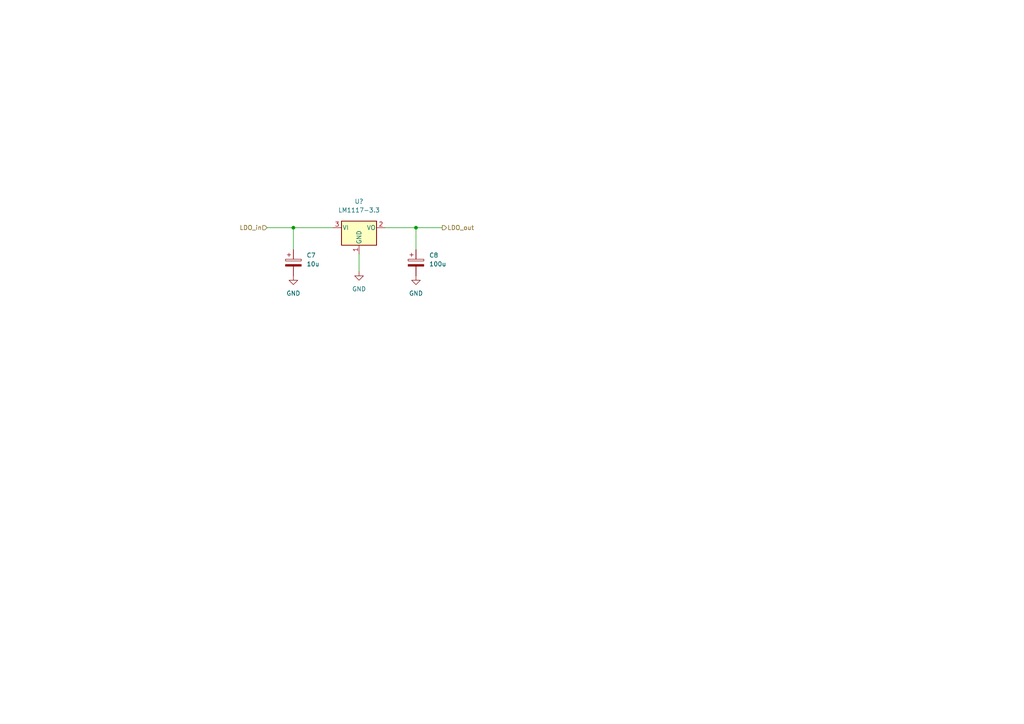
<source format=kicad_sch>
(kicad_sch (version 20211123) (generator eeschema)
  (paper "A4")
  (lib_symbols
    (symbol "Device:C_Polarized" (pin_numbers hide) (pin_names (offset 0.254))
      (property "Reference" "C" (at 0.635 2.54 0))
      (property "Value" "C_Polarized" (at 0.635 -2.54 0))
      (symbol "C_Polarized_0_1"
        (rectangle (start -2.286 0.508) (end 2.286 1.016))
        (polyline (pts (xy -1.778 2.286) (xy -0.762 2.286)))
        (polyline (pts (xy -1.27 2.794) (xy -1.27 1.778)))
        (rectangle (start 2.286 -0.508) (end -2.286 -1.016) (fill (type outline)))
      )
      (symbol "C_Polarized_1_1"
        (pin passive line (at 0 3.81 270) (length 2.794) (name "~") (number "1"))
        (pin passive line (at 0 -3.81 90) (length 2.794) (name "~") (number "2"))
      )
    )
    (symbol "Regulator_Linear:LM1117-3.3" (pin_names (offset 0.254))
      (property "Reference" "U" (at -3.81 3.175 0))
      (property "Value" "LM1117-3.3" (at 0 3.175 0))
      (symbol "LM1117-3.3_0_1"
        (rectangle (start -5.08 -5.08) (end 5.08 1.905) (stroke (width 0.254)) (fill (type background)))
      )
      (symbol "LM1117-3.3_1_1"
        (pin power_in line (at 0 -7.62 90) (length 2.54) (name "GND") (number "1"))
        (pin power_out line (at 7.62 0 180) (length 2.54) (name "VO") (number "2"))
        (pin power_in line (at -7.62 0 0) (length 2.54) (name "VI") (number "3"))
      )
    )
    (symbol "power:GND" (power) (pin_names (offset 0))
      (property "Value" "GND" (at 0 -3.81 0))
      (symbol "GND_0_1"
        (polyline (pts (xy 0 0) (xy 0 -1.27) (xy 1.27 -1.27) (xy 0 -2.54) (xy -1.27 -1.27) (xy 0 -1.27)))
      )
      (symbol "GND_1_1"
        (pin power_in line (at 0 0 270) (length 0) hide (name "GND") (number "1"))
      )
    )
  )
  (junction (at 85.09 66.04))
  (junction (at 120.65 66.04))
  (wire (pts (xy 120.65 66.04) (xy 120.65 72.39)))
  (wire (pts (xy 120.65 66.04) (xy 128.27 66.04)))
  (wire (pts (xy 104.14 73.66) (xy 104.14 78.74)))
  (wire (pts (xy 77.47 66.04) (xy 85.09 66.04)))
  (wire (pts (xy 85.09 66.04) (xy 96.52 66.04)))
  (wire (pts (xy 111.76 66.04) (xy 120.65 66.04)))
  (wire (pts (xy 85.09 72.39) (xy 85.09 66.04)))
  (hierarchical_label "LDO_out" (shape output) (at 128.27 66.04 0))
  (hierarchical_label "LDO_in" (shape input) (at 77.47 66.04 180))
  (symbol (lib_id "power:GND") (at 104.14 78.74 0) (unit 1)
    (property "Reference" "#PWR?" (effects hide))
    (property "Value" "GND" (at 104.14 83.82 0))
  )
  (symbol (lib_id "Device:C_Polarized") (at 120.65 76.2 0) (unit 1)
    (property "Reference" "C8" (at 124.46 74.0409 0) (effects (justify left)))
    (property "Value" "100u" (at 124.46 76.5809 0) (effects (justify left)))
  )
  (symbol (lib_id "power:GND") (at 120.65 80.01 0) (unit 1)
    (property "Reference" "#PWR?" (effects hide))
    (property "Value" "GND" (at 120.65 85.09 0))
  )
  (symbol (lib_id "Regulator_Linear:LM1117-3.3") (at 104.14 66.04 0) (unit 1)
    (property "Reference" "U?" (at 104.14 58.42 0))
    (property "Value" "LM1117-3.3" (at 104.14 60.96 0))
    (property "Datasheet" "http://www.ti.com/lit/ds/symlink/lm1117.pdf" (effects hide))
  )
  (symbol (lib_id "power:GND") (at 85.09 80.01 0) (unit 1)
    (property "Reference" "#PWR?" (effects hide))
    (property "Value" "GND" (at 85.09 85.09 0))
  )
  (symbol (lib_id "Device:C_Polarized") (at 85.09 76.2 0) (unit 1)
    (property "Reference" "C7" (at 88.9 74.0409 0) (effects (justify left)))
    (property "Value" "10u" (at 88.9 76.5809 0) (effects (justify left)))
  )
)
</source>
